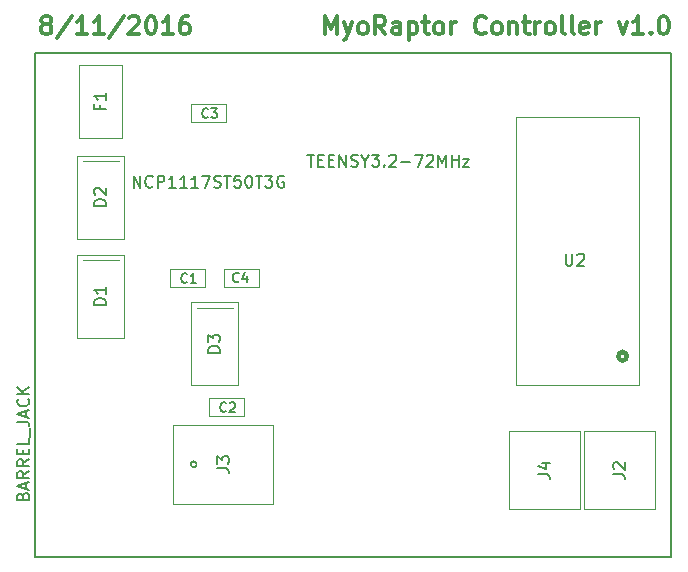
<source format=gbr>
G04 #@! TF.FileFunction,Other,Fab,Top*
%FSLAX46Y46*%
G04 Gerber Fmt 4.6, Leading zero omitted, Abs format (unit mm)*
G04 Created by KiCad (PCBNEW 4.0.2-stable) date 8/12/2016 8:24:09 AM*
%MOMM*%
G01*
G04 APERTURE LIST*
%ADD10C,0.100000*%
%ADD11C,0.300000*%
%ADD12C,0.200000*%
%ADD13C,0.400000*%
%ADD14C,0.050000*%
%ADD15C,0.150000*%
G04 APERTURE END LIST*
D10*
D11*
X198978002Y-52399429D02*
X198835144Y-52328000D01*
X198763716Y-52256571D01*
X198692287Y-52113714D01*
X198692287Y-52042286D01*
X198763716Y-51899429D01*
X198835144Y-51828000D01*
X198978002Y-51756571D01*
X199263716Y-51756571D01*
X199406573Y-51828000D01*
X199478002Y-51899429D01*
X199549430Y-52042286D01*
X199549430Y-52113714D01*
X199478002Y-52256571D01*
X199406573Y-52328000D01*
X199263716Y-52399429D01*
X198978002Y-52399429D01*
X198835144Y-52470857D01*
X198763716Y-52542286D01*
X198692287Y-52685143D01*
X198692287Y-52970857D01*
X198763716Y-53113714D01*
X198835144Y-53185143D01*
X198978002Y-53256571D01*
X199263716Y-53256571D01*
X199406573Y-53185143D01*
X199478002Y-53113714D01*
X199549430Y-52970857D01*
X199549430Y-52685143D01*
X199478002Y-52542286D01*
X199406573Y-52470857D01*
X199263716Y-52399429D01*
X201263715Y-51685143D02*
X199978001Y-53613714D01*
X202549430Y-53256571D02*
X201692287Y-53256571D01*
X202120859Y-53256571D02*
X202120859Y-51756571D01*
X201978002Y-51970857D01*
X201835144Y-52113714D01*
X201692287Y-52185143D01*
X203978001Y-53256571D02*
X203120858Y-53256571D01*
X203549430Y-53256571D02*
X203549430Y-51756571D01*
X203406573Y-51970857D01*
X203263715Y-52113714D01*
X203120858Y-52185143D01*
X205692286Y-51685143D02*
X204406572Y-53613714D01*
X206120858Y-51899429D02*
X206192287Y-51828000D01*
X206335144Y-51756571D01*
X206692287Y-51756571D01*
X206835144Y-51828000D01*
X206906573Y-51899429D01*
X206978001Y-52042286D01*
X206978001Y-52185143D01*
X206906573Y-52399429D01*
X206049430Y-53256571D01*
X206978001Y-53256571D01*
X207906572Y-51756571D02*
X208049429Y-51756571D01*
X208192286Y-51828000D01*
X208263715Y-51899429D01*
X208335144Y-52042286D01*
X208406572Y-52328000D01*
X208406572Y-52685143D01*
X208335144Y-52970857D01*
X208263715Y-53113714D01*
X208192286Y-53185143D01*
X208049429Y-53256571D01*
X207906572Y-53256571D01*
X207763715Y-53185143D01*
X207692286Y-53113714D01*
X207620858Y-52970857D01*
X207549429Y-52685143D01*
X207549429Y-52328000D01*
X207620858Y-52042286D01*
X207692286Y-51899429D01*
X207763715Y-51828000D01*
X207906572Y-51756571D01*
X209835143Y-53256571D02*
X208978000Y-53256571D01*
X209406572Y-53256571D02*
X209406572Y-51756571D01*
X209263715Y-51970857D01*
X209120857Y-52113714D01*
X208978000Y-52185143D01*
X211120857Y-51756571D02*
X210835143Y-51756571D01*
X210692286Y-51828000D01*
X210620857Y-51899429D01*
X210478000Y-52113714D01*
X210406571Y-52399429D01*
X210406571Y-52970857D01*
X210478000Y-53113714D01*
X210549428Y-53185143D01*
X210692286Y-53256571D01*
X210978000Y-53256571D01*
X211120857Y-53185143D01*
X211192286Y-53113714D01*
X211263714Y-52970857D01*
X211263714Y-52613714D01*
X211192286Y-52470857D01*
X211120857Y-52399429D01*
X210978000Y-52328000D01*
X210692286Y-52328000D01*
X210549428Y-52399429D01*
X210478000Y-52470857D01*
X210406571Y-52613714D01*
X222736001Y-53256571D02*
X222736001Y-51756571D01*
X223236001Y-52828000D01*
X223736001Y-51756571D01*
X223736001Y-53256571D01*
X224307430Y-52256571D02*
X224664573Y-53256571D01*
X225021715Y-52256571D02*
X224664573Y-53256571D01*
X224521715Y-53613714D01*
X224450287Y-53685143D01*
X224307430Y-53756571D01*
X225807430Y-53256571D02*
X225664572Y-53185143D01*
X225593144Y-53113714D01*
X225521715Y-52970857D01*
X225521715Y-52542286D01*
X225593144Y-52399429D01*
X225664572Y-52328000D01*
X225807430Y-52256571D01*
X226021715Y-52256571D01*
X226164572Y-52328000D01*
X226236001Y-52399429D01*
X226307430Y-52542286D01*
X226307430Y-52970857D01*
X226236001Y-53113714D01*
X226164572Y-53185143D01*
X226021715Y-53256571D01*
X225807430Y-53256571D01*
X227807430Y-53256571D02*
X227307430Y-52542286D01*
X226950287Y-53256571D02*
X226950287Y-51756571D01*
X227521715Y-51756571D01*
X227664573Y-51828000D01*
X227736001Y-51899429D01*
X227807430Y-52042286D01*
X227807430Y-52256571D01*
X227736001Y-52399429D01*
X227664573Y-52470857D01*
X227521715Y-52542286D01*
X226950287Y-52542286D01*
X229093144Y-53256571D02*
X229093144Y-52470857D01*
X229021715Y-52328000D01*
X228878858Y-52256571D01*
X228593144Y-52256571D01*
X228450287Y-52328000D01*
X229093144Y-53185143D02*
X228950287Y-53256571D01*
X228593144Y-53256571D01*
X228450287Y-53185143D01*
X228378858Y-53042286D01*
X228378858Y-52899429D01*
X228450287Y-52756571D01*
X228593144Y-52685143D01*
X228950287Y-52685143D01*
X229093144Y-52613714D01*
X229807430Y-52256571D02*
X229807430Y-53756571D01*
X229807430Y-52328000D02*
X229950287Y-52256571D01*
X230236001Y-52256571D01*
X230378858Y-52328000D01*
X230450287Y-52399429D01*
X230521716Y-52542286D01*
X230521716Y-52970857D01*
X230450287Y-53113714D01*
X230378858Y-53185143D01*
X230236001Y-53256571D01*
X229950287Y-53256571D01*
X229807430Y-53185143D01*
X230950287Y-52256571D02*
X231521716Y-52256571D01*
X231164573Y-51756571D02*
X231164573Y-53042286D01*
X231236001Y-53185143D01*
X231378859Y-53256571D01*
X231521716Y-53256571D01*
X232236002Y-53256571D02*
X232093144Y-53185143D01*
X232021716Y-53113714D01*
X231950287Y-52970857D01*
X231950287Y-52542286D01*
X232021716Y-52399429D01*
X232093144Y-52328000D01*
X232236002Y-52256571D01*
X232450287Y-52256571D01*
X232593144Y-52328000D01*
X232664573Y-52399429D01*
X232736002Y-52542286D01*
X232736002Y-52970857D01*
X232664573Y-53113714D01*
X232593144Y-53185143D01*
X232450287Y-53256571D01*
X232236002Y-53256571D01*
X233378859Y-53256571D02*
X233378859Y-52256571D01*
X233378859Y-52542286D02*
X233450287Y-52399429D01*
X233521716Y-52328000D01*
X233664573Y-52256571D01*
X233807430Y-52256571D01*
X236307430Y-53113714D02*
X236236001Y-53185143D01*
X236021715Y-53256571D01*
X235878858Y-53256571D01*
X235664573Y-53185143D01*
X235521715Y-53042286D01*
X235450287Y-52899429D01*
X235378858Y-52613714D01*
X235378858Y-52399429D01*
X235450287Y-52113714D01*
X235521715Y-51970857D01*
X235664573Y-51828000D01*
X235878858Y-51756571D01*
X236021715Y-51756571D01*
X236236001Y-51828000D01*
X236307430Y-51899429D01*
X237164573Y-53256571D02*
X237021715Y-53185143D01*
X236950287Y-53113714D01*
X236878858Y-52970857D01*
X236878858Y-52542286D01*
X236950287Y-52399429D01*
X237021715Y-52328000D01*
X237164573Y-52256571D01*
X237378858Y-52256571D01*
X237521715Y-52328000D01*
X237593144Y-52399429D01*
X237664573Y-52542286D01*
X237664573Y-52970857D01*
X237593144Y-53113714D01*
X237521715Y-53185143D01*
X237378858Y-53256571D01*
X237164573Y-53256571D01*
X238307430Y-52256571D02*
X238307430Y-53256571D01*
X238307430Y-52399429D02*
X238378858Y-52328000D01*
X238521716Y-52256571D01*
X238736001Y-52256571D01*
X238878858Y-52328000D01*
X238950287Y-52470857D01*
X238950287Y-53256571D01*
X239450287Y-52256571D02*
X240021716Y-52256571D01*
X239664573Y-51756571D02*
X239664573Y-53042286D01*
X239736001Y-53185143D01*
X239878859Y-53256571D01*
X240021716Y-53256571D01*
X240521716Y-53256571D02*
X240521716Y-52256571D01*
X240521716Y-52542286D02*
X240593144Y-52399429D01*
X240664573Y-52328000D01*
X240807430Y-52256571D01*
X240950287Y-52256571D01*
X241664573Y-53256571D02*
X241521715Y-53185143D01*
X241450287Y-53113714D01*
X241378858Y-52970857D01*
X241378858Y-52542286D01*
X241450287Y-52399429D01*
X241521715Y-52328000D01*
X241664573Y-52256571D01*
X241878858Y-52256571D01*
X242021715Y-52328000D01*
X242093144Y-52399429D01*
X242164573Y-52542286D01*
X242164573Y-52970857D01*
X242093144Y-53113714D01*
X242021715Y-53185143D01*
X241878858Y-53256571D01*
X241664573Y-53256571D01*
X243021716Y-53256571D02*
X242878858Y-53185143D01*
X242807430Y-53042286D01*
X242807430Y-51756571D01*
X243807430Y-53256571D02*
X243664572Y-53185143D01*
X243593144Y-53042286D01*
X243593144Y-51756571D01*
X244950286Y-53185143D02*
X244807429Y-53256571D01*
X244521715Y-53256571D01*
X244378858Y-53185143D01*
X244307429Y-53042286D01*
X244307429Y-52470857D01*
X244378858Y-52328000D01*
X244521715Y-52256571D01*
X244807429Y-52256571D01*
X244950286Y-52328000D01*
X245021715Y-52470857D01*
X245021715Y-52613714D01*
X244307429Y-52756571D01*
X245664572Y-53256571D02*
X245664572Y-52256571D01*
X245664572Y-52542286D02*
X245736000Y-52399429D01*
X245807429Y-52328000D01*
X245950286Y-52256571D01*
X246093143Y-52256571D01*
X247593143Y-52256571D02*
X247950286Y-53256571D01*
X248307428Y-52256571D01*
X249664571Y-53256571D02*
X248807428Y-53256571D01*
X249236000Y-53256571D02*
X249236000Y-51756571D01*
X249093143Y-51970857D01*
X248950285Y-52113714D01*
X248807428Y-52185143D01*
X250307428Y-53113714D02*
X250378856Y-53185143D01*
X250307428Y-53256571D01*
X250235999Y-53185143D01*
X250307428Y-53113714D01*
X250307428Y-53256571D01*
X251307428Y-51756571D02*
X251450285Y-51756571D01*
X251593142Y-51828000D01*
X251664571Y-51899429D01*
X251736000Y-52042286D01*
X251807428Y-52328000D01*
X251807428Y-52685143D01*
X251736000Y-52970857D01*
X251664571Y-53113714D01*
X251593142Y-53185143D01*
X251450285Y-53256571D01*
X251307428Y-53256571D01*
X251164571Y-53185143D01*
X251093142Y-53113714D01*
X251021714Y-52970857D01*
X250950285Y-52685143D01*
X250950285Y-52328000D01*
X251021714Y-52042286D01*
X251093142Y-51899429D01*
X251164571Y-51828000D01*
X251307428Y-51756571D01*
D12*
X251968000Y-54864000D02*
X198120000Y-54864000D01*
X251968000Y-97536000D02*
X251968000Y-54864000D01*
X198120000Y-97536000D02*
X251968000Y-97536000D01*
X198120000Y-54864000D02*
X198120000Y-97536000D01*
D13*
X248263210Y-80518000D02*
G75*
G03X248263210Y-80518000I-359210J0D01*
G01*
D14*
X238904000Y-82968000D02*
X238904000Y-60268000D01*
X249304000Y-60268000D02*
X238904000Y-60268000D01*
X249304000Y-82968000D02*
X249304000Y-60268000D01*
X249304000Y-82968000D02*
X238904000Y-82968000D01*
X244630000Y-93470000D02*
X244637560Y-86870000D01*
X244630000Y-93470000D02*
X250680000Y-93470000D01*
X244630000Y-86870000D02*
X250680000Y-86870000D01*
X250680000Y-93470000D02*
X250680000Y-86870000D01*
D12*
X211836000Y-89662000D02*
G75*
G03X211836000Y-89662000I-254000J0D01*
G01*
D14*
X209832000Y-86332000D02*
X218262000Y-86332000D01*
X209832000Y-92962000D02*
X209832000Y-86362000D01*
X209832000Y-92992000D02*
X218262000Y-92992000D01*
X218262000Y-92962000D02*
X218262000Y-86362000D01*
X238280000Y-93470000D02*
X238287560Y-86870000D01*
X238280000Y-93470000D02*
X244330000Y-93470000D01*
X238280000Y-86870000D02*
X244330000Y-86870000D01*
X244330000Y-93470000D02*
X244330000Y-86870000D01*
X209612000Y-73164000D02*
X212512000Y-73164000D01*
X209612000Y-73164000D02*
X209612000Y-74664000D01*
X212512000Y-73164000D02*
X212512000Y-74664000D01*
X209612000Y-74664000D02*
X212512000Y-74664000D01*
X212914000Y-84086000D02*
X215814000Y-84086000D01*
X212914000Y-84086000D02*
X212914000Y-85586000D01*
X215814000Y-84086000D02*
X215814000Y-85586000D01*
X212914000Y-85586000D02*
X215814000Y-85586000D01*
X211402000Y-59194000D02*
X214302000Y-59194000D01*
X211402000Y-59194000D02*
X211402000Y-60694000D01*
X214302000Y-59194000D02*
X214302000Y-60694000D01*
X211402000Y-60694000D02*
X214302000Y-60694000D01*
X217084000Y-74664000D02*
X214184000Y-74664000D01*
X217084000Y-74664000D02*
X217084000Y-73164000D01*
X214184000Y-74664000D02*
X214184000Y-73164000D01*
X217084000Y-73164000D02*
X214184000Y-73164000D01*
D10*
X205232000Y-72390000D02*
X202184000Y-72390000D01*
D14*
X201708000Y-71938000D02*
X205708000Y-71938000D01*
X201708000Y-78938000D02*
X201708000Y-71938000D01*
X205708000Y-78938000D02*
X201708000Y-78938000D01*
X205708000Y-71938000D02*
X205708000Y-78938000D01*
D10*
X205232000Y-64008000D02*
X202184000Y-64008000D01*
D14*
X201708000Y-63556000D02*
X205708000Y-63556000D01*
X201708000Y-70556000D02*
X201708000Y-63556000D01*
X205708000Y-70556000D02*
X201708000Y-70556000D01*
X205708000Y-63556000D02*
X205708000Y-70556000D01*
D10*
X214884000Y-76420980D02*
X211836000Y-76420980D01*
D14*
X211360000Y-75968980D02*
X215360000Y-75968980D01*
X211360000Y-82968980D02*
X211360000Y-75968980D01*
X215360000Y-82968980D02*
X211360000Y-82968980D01*
X215360000Y-75968980D02*
X215360000Y-82968980D01*
X201858000Y-62042000D02*
X201858000Y-55842000D01*
X205558000Y-62042000D02*
X205558000Y-55842000D01*
X201858000Y-55842000D02*
X205558000Y-55842000D01*
X201858000Y-62042000D02*
X205558000Y-62042000D01*
D15*
X243078095Y-71842381D02*
X243078095Y-72651905D01*
X243125714Y-72747143D01*
X243173333Y-72794762D01*
X243268571Y-72842381D01*
X243459048Y-72842381D01*
X243554286Y-72794762D01*
X243601905Y-72747143D01*
X243649524Y-72651905D01*
X243649524Y-71842381D01*
X244078095Y-71937619D02*
X244125714Y-71890000D01*
X244220952Y-71842381D01*
X244459048Y-71842381D01*
X244554286Y-71890000D01*
X244601905Y-71937619D01*
X244649524Y-72032857D01*
X244649524Y-72128095D01*
X244601905Y-72270952D01*
X244030476Y-72842381D01*
X244649524Y-72842381D01*
X221211048Y-63460381D02*
X221782477Y-63460381D01*
X221496762Y-64460381D02*
X221496762Y-63460381D01*
X222115810Y-63936571D02*
X222449144Y-63936571D01*
X222592001Y-64460381D02*
X222115810Y-64460381D01*
X222115810Y-63460381D01*
X222592001Y-63460381D01*
X223020572Y-63936571D02*
X223353906Y-63936571D01*
X223496763Y-64460381D02*
X223020572Y-64460381D01*
X223020572Y-63460381D01*
X223496763Y-63460381D01*
X223925334Y-64460381D02*
X223925334Y-63460381D01*
X224496763Y-64460381D01*
X224496763Y-63460381D01*
X224925334Y-64412762D02*
X225068191Y-64460381D01*
X225306287Y-64460381D01*
X225401525Y-64412762D01*
X225449144Y-64365143D01*
X225496763Y-64269905D01*
X225496763Y-64174667D01*
X225449144Y-64079429D01*
X225401525Y-64031810D01*
X225306287Y-63984190D01*
X225115810Y-63936571D01*
X225020572Y-63888952D01*
X224972953Y-63841333D01*
X224925334Y-63746095D01*
X224925334Y-63650857D01*
X224972953Y-63555619D01*
X225020572Y-63508000D01*
X225115810Y-63460381D01*
X225353906Y-63460381D01*
X225496763Y-63508000D01*
X226115810Y-63984190D02*
X226115810Y-64460381D01*
X225782477Y-63460381D02*
X226115810Y-63984190D01*
X226449144Y-63460381D01*
X226687239Y-63460381D02*
X227306287Y-63460381D01*
X226972953Y-63841333D01*
X227115811Y-63841333D01*
X227211049Y-63888952D01*
X227258668Y-63936571D01*
X227306287Y-64031810D01*
X227306287Y-64269905D01*
X227258668Y-64365143D01*
X227211049Y-64412762D01*
X227115811Y-64460381D01*
X226830096Y-64460381D01*
X226734858Y-64412762D01*
X226687239Y-64365143D01*
X227734858Y-64365143D02*
X227782477Y-64412762D01*
X227734858Y-64460381D01*
X227687239Y-64412762D01*
X227734858Y-64365143D01*
X227734858Y-64460381D01*
X228163429Y-63555619D02*
X228211048Y-63508000D01*
X228306286Y-63460381D01*
X228544382Y-63460381D01*
X228639620Y-63508000D01*
X228687239Y-63555619D01*
X228734858Y-63650857D01*
X228734858Y-63746095D01*
X228687239Y-63888952D01*
X228115810Y-64460381D01*
X228734858Y-64460381D01*
X229163429Y-64079429D02*
X229925334Y-64079429D01*
X230306286Y-63460381D02*
X230972953Y-63460381D01*
X230544381Y-64460381D01*
X231306286Y-63555619D02*
X231353905Y-63508000D01*
X231449143Y-63460381D01*
X231687239Y-63460381D01*
X231782477Y-63508000D01*
X231830096Y-63555619D01*
X231877715Y-63650857D01*
X231877715Y-63746095D01*
X231830096Y-63888952D01*
X231258667Y-64460381D01*
X231877715Y-64460381D01*
X232306286Y-64460381D02*
X232306286Y-63460381D01*
X232639620Y-64174667D01*
X232972953Y-63460381D01*
X232972953Y-64460381D01*
X233449143Y-64460381D02*
X233449143Y-63460381D01*
X233449143Y-63936571D02*
X234020572Y-63936571D01*
X234020572Y-64460381D02*
X234020572Y-63460381D01*
X234401524Y-63793714D02*
X234925334Y-63793714D01*
X234401524Y-64460381D01*
X234925334Y-64460381D01*
X247102381Y-90503333D02*
X247816667Y-90503333D01*
X247959524Y-90550953D01*
X248054762Y-90646191D01*
X248102381Y-90789048D01*
X248102381Y-90884286D01*
X247197619Y-90074762D02*
X247150000Y-90027143D01*
X247102381Y-89931905D01*
X247102381Y-89693809D01*
X247150000Y-89598571D01*
X247197619Y-89550952D01*
X247292857Y-89503333D01*
X247388095Y-89503333D01*
X247530952Y-89550952D01*
X248102381Y-90122381D01*
X248102381Y-89503333D01*
X213574381Y-89995333D02*
X214288667Y-89995333D01*
X214431524Y-90042953D01*
X214526762Y-90138191D01*
X214574381Y-90281048D01*
X214574381Y-90376286D01*
X213574381Y-89614381D02*
X213574381Y-88995333D01*
X213955333Y-89328667D01*
X213955333Y-89185809D01*
X214002952Y-89090571D01*
X214050571Y-89042952D01*
X214145810Y-88995333D01*
X214383905Y-88995333D01*
X214479143Y-89042952D01*
X214526762Y-89090571D01*
X214574381Y-89185809D01*
X214574381Y-89471524D01*
X214526762Y-89566762D01*
X214479143Y-89614381D01*
X240752381Y-90503333D02*
X241466667Y-90503333D01*
X241609524Y-90550953D01*
X241704762Y-90646191D01*
X241752381Y-90789048D01*
X241752381Y-90884286D01*
X241085714Y-89598571D02*
X241752381Y-89598571D01*
X240704762Y-89836667D02*
X241419048Y-90074762D01*
X241419048Y-89455714D01*
X211018667Y-74239714D02*
X210980572Y-74277810D01*
X210866286Y-74315905D01*
X210790096Y-74315905D01*
X210675810Y-74277810D01*
X210599619Y-74201619D01*
X210561524Y-74125429D01*
X210523429Y-73973048D01*
X210523429Y-73858762D01*
X210561524Y-73706381D01*
X210599619Y-73630190D01*
X210675810Y-73554000D01*
X210790096Y-73515905D01*
X210866286Y-73515905D01*
X210980572Y-73554000D01*
X211018667Y-73592095D01*
X211780572Y-74315905D02*
X211323429Y-74315905D01*
X211552000Y-74315905D02*
X211552000Y-73515905D01*
X211475810Y-73630190D01*
X211399619Y-73706381D01*
X211323429Y-73744476D01*
X214320667Y-85161714D02*
X214282572Y-85199810D01*
X214168286Y-85237905D01*
X214092096Y-85237905D01*
X213977810Y-85199810D01*
X213901619Y-85123619D01*
X213863524Y-85047429D01*
X213825429Y-84895048D01*
X213825429Y-84780762D01*
X213863524Y-84628381D01*
X213901619Y-84552190D01*
X213977810Y-84476000D01*
X214092096Y-84437905D01*
X214168286Y-84437905D01*
X214282572Y-84476000D01*
X214320667Y-84514095D01*
X214625429Y-84514095D02*
X214663524Y-84476000D01*
X214739715Y-84437905D01*
X214930191Y-84437905D01*
X215006381Y-84476000D01*
X215044477Y-84514095D01*
X215082572Y-84590286D01*
X215082572Y-84666476D01*
X215044477Y-84780762D01*
X214587334Y-85237905D01*
X215082572Y-85237905D01*
X212808667Y-60269714D02*
X212770572Y-60307810D01*
X212656286Y-60345905D01*
X212580096Y-60345905D01*
X212465810Y-60307810D01*
X212389619Y-60231619D01*
X212351524Y-60155429D01*
X212313429Y-60003048D01*
X212313429Y-59888762D01*
X212351524Y-59736381D01*
X212389619Y-59660190D01*
X212465810Y-59584000D01*
X212580096Y-59545905D01*
X212656286Y-59545905D01*
X212770572Y-59584000D01*
X212808667Y-59622095D01*
X213075334Y-59545905D02*
X213570572Y-59545905D01*
X213303905Y-59850667D01*
X213418191Y-59850667D01*
X213494381Y-59888762D01*
X213532477Y-59926857D01*
X213570572Y-60003048D01*
X213570572Y-60193524D01*
X213532477Y-60269714D01*
X213494381Y-60307810D01*
X213418191Y-60345905D01*
X213189619Y-60345905D01*
X213113429Y-60307810D01*
X213075334Y-60269714D01*
X215410667Y-74159714D02*
X215372572Y-74197810D01*
X215258286Y-74235905D01*
X215182096Y-74235905D01*
X215067810Y-74197810D01*
X214991619Y-74121619D01*
X214953524Y-74045429D01*
X214915429Y-73893048D01*
X214915429Y-73778762D01*
X214953524Y-73626381D01*
X214991619Y-73550190D01*
X215067810Y-73474000D01*
X215182096Y-73435905D01*
X215258286Y-73435905D01*
X215372572Y-73474000D01*
X215410667Y-73512095D01*
X216096381Y-73702571D02*
X216096381Y-74235905D01*
X215905905Y-73397810D02*
X215715429Y-73969238D01*
X216210667Y-73969238D01*
X197129091Y-92342102D02*
X197176710Y-92199245D01*
X197224330Y-92151626D01*
X197319568Y-92104007D01*
X197462425Y-92104007D01*
X197557663Y-92151626D01*
X197605282Y-92199245D01*
X197652901Y-92294483D01*
X197652901Y-92675436D01*
X196652901Y-92675436D01*
X196652901Y-92342102D01*
X196700520Y-92246864D01*
X196748139Y-92199245D01*
X196843377Y-92151626D01*
X196938615Y-92151626D01*
X197033853Y-92199245D01*
X197081472Y-92246864D01*
X197129091Y-92342102D01*
X197129091Y-92675436D01*
X197367187Y-91723055D02*
X197367187Y-91246864D01*
X197652901Y-91818293D02*
X196652901Y-91484960D01*
X197652901Y-91151626D01*
X197652901Y-90246864D02*
X197176710Y-90580198D01*
X197652901Y-90818293D02*
X196652901Y-90818293D01*
X196652901Y-90437340D01*
X196700520Y-90342102D01*
X196748139Y-90294483D01*
X196843377Y-90246864D01*
X196986234Y-90246864D01*
X197081472Y-90294483D01*
X197129091Y-90342102D01*
X197176710Y-90437340D01*
X197176710Y-90818293D01*
X197652901Y-89246864D02*
X197176710Y-89580198D01*
X197652901Y-89818293D02*
X196652901Y-89818293D01*
X196652901Y-89437340D01*
X196700520Y-89342102D01*
X196748139Y-89294483D01*
X196843377Y-89246864D01*
X196986234Y-89246864D01*
X197081472Y-89294483D01*
X197129091Y-89342102D01*
X197176710Y-89437340D01*
X197176710Y-89818293D01*
X197129091Y-88818293D02*
X197129091Y-88484959D01*
X197652901Y-88342102D02*
X197652901Y-88818293D01*
X196652901Y-88818293D01*
X196652901Y-88342102D01*
X197652901Y-87437340D02*
X197652901Y-87913531D01*
X196652901Y-87913531D01*
X197748139Y-87342102D02*
X197748139Y-86580197D01*
X196652901Y-86056387D02*
X197367187Y-86056387D01*
X197510044Y-86104007D01*
X197605282Y-86199245D01*
X197652901Y-86342102D01*
X197652901Y-86437340D01*
X197367187Y-85627816D02*
X197367187Y-85151625D01*
X197652901Y-85723054D02*
X196652901Y-85389721D01*
X197652901Y-85056387D01*
X197557663Y-84151625D02*
X197605282Y-84199244D01*
X197652901Y-84342101D01*
X197652901Y-84437339D01*
X197605282Y-84580197D01*
X197510044Y-84675435D01*
X197414806Y-84723054D01*
X197224330Y-84770673D01*
X197081472Y-84770673D01*
X196890996Y-84723054D01*
X196795758Y-84675435D01*
X196700520Y-84580197D01*
X196652901Y-84437339D01*
X196652901Y-84342101D01*
X196700520Y-84199244D01*
X196748139Y-84151625D01*
X197652901Y-83723054D02*
X196652901Y-83723054D01*
X197652901Y-83151625D02*
X197081472Y-83580197D01*
X196652901Y-83151625D02*
X197224330Y-83723054D01*
X204160381Y-76176095D02*
X203160381Y-76176095D01*
X203160381Y-75938000D01*
X203208000Y-75795142D01*
X203303238Y-75699904D01*
X203398476Y-75652285D01*
X203588952Y-75604666D01*
X203731810Y-75604666D01*
X203922286Y-75652285D01*
X204017524Y-75699904D01*
X204112762Y-75795142D01*
X204160381Y-75938000D01*
X204160381Y-76176095D01*
X204160381Y-74652285D02*
X204160381Y-75223714D01*
X204160381Y-74938000D02*
X203160381Y-74938000D01*
X203303238Y-75033238D01*
X203398476Y-75128476D01*
X203446095Y-75223714D01*
X204160381Y-67794095D02*
X203160381Y-67794095D01*
X203160381Y-67556000D01*
X203208000Y-67413142D01*
X203303238Y-67317904D01*
X203398476Y-67270285D01*
X203588952Y-67222666D01*
X203731810Y-67222666D01*
X203922286Y-67270285D01*
X204017524Y-67317904D01*
X204112762Y-67413142D01*
X204160381Y-67556000D01*
X204160381Y-67794095D01*
X203255619Y-66841714D02*
X203208000Y-66794095D01*
X203160381Y-66698857D01*
X203160381Y-66460761D01*
X203208000Y-66365523D01*
X203255619Y-66317904D01*
X203350857Y-66270285D01*
X203446095Y-66270285D01*
X203588952Y-66317904D01*
X204160381Y-66889333D01*
X204160381Y-66270285D01*
X213812381Y-80207075D02*
X212812381Y-80207075D01*
X212812381Y-79968980D01*
X212860000Y-79826122D01*
X212955238Y-79730884D01*
X213050476Y-79683265D01*
X213240952Y-79635646D01*
X213383810Y-79635646D01*
X213574286Y-79683265D01*
X213669524Y-79730884D01*
X213764762Y-79826122D01*
X213812381Y-79968980D01*
X213812381Y-80207075D01*
X212812381Y-79302313D02*
X212812381Y-78683265D01*
X213193333Y-79016599D01*
X213193333Y-78873741D01*
X213240952Y-78778503D01*
X213288571Y-78730884D01*
X213383810Y-78683265D01*
X213621905Y-78683265D01*
X213717143Y-78730884D01*
X213764762Y-78778503D01*
X213812381Y-78873741D01*
X213812381Y-79159456D01*
X213764762Y-79254694D01*
X213717143Y-79302313D01*
X203636571Y-59275333D02*
X203636571Y-59608667D01*
X204160381Y-59608667D02*
X203160381Y-59608667D01*
X203160381Y-59132476D01*
X204160381Y-58227714D02*
X204160381Y-58799143D01*
X204160381Y-58513429D02*
X203160381Y-58513429D01*
X203303238Y-58608667D01*
X203398476Y-58703905D01*
X203446095Y-58799143D01*
X206494857Y-66238381D02*
X206494857Y-65238381D01*
X207066286Y-66238381D01*
X207066286Y-65238381D01*
X208113905Y-66143143D02*
X208066286Y-66190762D01*
X207923429Y-66238381D01*
X207828191Y-66238381D01*
X207685333Y-66190762D01*
X207590095Y-66095524D01*
X207542476Y-66000286D01*
X207494857Y-65809810D01*
X207494857Y-65666952D01*
X207542476Y-65476476D01*
X207590095Y-65381238D01*
X207685333Y-65286000D01*
X207828191Y-65238381D01*
X207923429Y-65238381D01*
X208066286Y-65286000D01*
X208113905Y-65333619D01*
X208542476Y-66238381D02*
X208542476Y-65238381D01*
X208923429Y-65238381D01*
X209018667Y-65286000D01*
X209066286Y-65333619D01*
X209113905Y-65428857D01*
X209113905Y-65571714D01*
X209066286Y-65666952D01*
X209018667Y-65714571D01*
X208923429Y-65762190D01*
X208542476Y-65762190D01*
X210066286Y-66238381D02*
X209494857Y-66238381D01*
X209780571Y-66238381D02*
X209780571Y-65238381D01*
X209685333Y-65381238D01*
X209590095Y-65476476D01*
X209494857Y-65524095D01*
X211018667Y-66238381D02*
X210447238Y-66238381D01*
X210732952Y-66238381D02*
X210732952Y-65238381D01*
X210637714Y-65381238D01*
X210542476Y-65476476D01*
X210447238Y-65524095D01*
X211971048Y-66238381D02*
X211399619Y-66238381D01*
X211685333Y-66238381D02*
X211685333Y-65238381D01*
X211590095Y-65381238D01*
X211494857Y-65476476D01*
X211399619Y-65524095D01*
X212304381Y-65238381D02*
X212971048Y-65238381D01*
X212542476Y-66238381D01*
X213304381Y-66190762D02*
X213447238Y-66238381D01*
X213685334Y-66238381D01*
X213780572Y-66190762D01*
X213828191Y-66143143D01*
X213875810Y-66047905D01*
X213875810Y-65952667D01*
X213828191Y-65857429D01*
X213780572Y-65809810D01*
X213685334Y-65762190D01*
X213494857Y-65714571D01*
X213399619Y-65666952D01*
X213352000Y-65619333D01*
X213304381Y-65524095D01*
X213304381Y-65428857D01*
X213352000Y-65333619D01*
X213399619Y-65286000D01*
X213494857Y-65238381D01*
X213732953Y-65238381D01*
X213875810Y-65286000D01*
X214161524Y-65238381D02*
X214732953Y-65238381D01*
X214447238Y-66238381D02*
X214447238Y-65238381D01*
X215542477Y-65238381D02*
X215066286Y-65238381D01*
X215018667Y-65714571D01*
X215066286Y-65666952D01*
X215161524Y-65619333D01*
X215399620Y-65619333D01*
X215494858Y-65666952D01*
X215542477Y-65714571D01*
X215590096Y-65809810D01*
X215590096Y-66047905D01*
X215542477Y-66143143D01*
X215494858Y-66190762D01*
X215399620Y-66238381D01*
X215161524Y-66238381D01*
X215066286Y-66190762D01*
X215018667Y-66143143D01*
X216209143Y-65238381D02*
X216304382Y-65238381D01*
X216399620Y-65286000D01*
X216447239Y-65333619D01*
X216494858Y-65428857D01*
X216542477Y-65619333D01*
X216542477Y-65857429D01*
X216494858Y-66047905D01*
X216447239Y-66143143D01*
X216399620Y-66190762D01*
X216304382Y-66238381D01*
X216209143Y-66238381D01*
X216113905Y-66190762D01*
X216066286Y-66143143D01*
X216018667Y-66047905D01*
X215971048Y-65857429D01*
X215971048Y-65619333D01*
X216018667Y-65428857D01*
X216066286Y-65333619D01*
X216113905Y-65286000D01*
X216209143Y-65238381D01*
X216828191Y-65238381D02*
X217399620Y-65238381D01*
X217113905Y-66238381D02*
X217113905Y-65238381D01*
X217637715Y-65238381D02*
X218256763Y-65238381D01*
X217923429Y-65619333D01*
X218066287Y-65619333D01*
X218161525Y-65666952D01*
X218209144Y-65714571D01*
X218256763Y-65809810D01*
X218256763Y-66047905D01*
X218209144Y-66143143D01*
X218161525Y-66190762D01*
X218066287Y-66238381D01*
X217780572Y-66238381D01*
X217685334Y-66190762D01*
X217637715Y-66143143D01*
X219209144Y-65286000D02*
X219113906Y-65238381D01*
X218971049Y-65238381D01*
X218828191Y-65286000D01*
X218732953Y-65381238D01*
X218685334Y-65476476D01*
X218637715Y-65666952D01*
X218637715Y-65809810D01*
X218685334Y-66000286D01*
X218732953Y-66095524D01*
X218828191Y-66190762D01*
X218971049Y-66238381D01*
X219066287Y-66238381D01*
X219209144Y-66190762D01*
X219256763Y-66143143D01*
X219256763Y-65809810D01*
X219066287Y-65809810D01*
M02*

</source>
